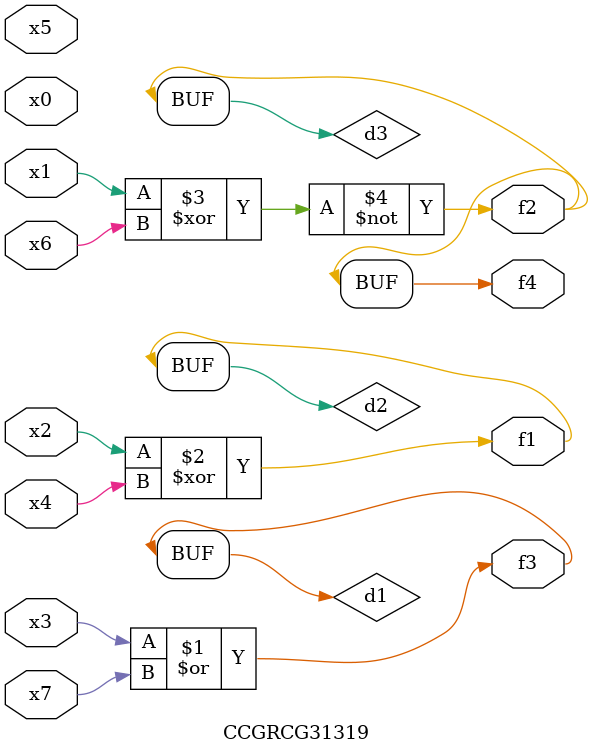
<source format=v>
module CCGRCG31319(
	input x0, x1, x2, x3, x4, x5, x6, x7,
	output f1, f2, f3, f4
);

	wire d1, d2, d3;

	or (d1, x3, x7);
	xor (d2, x2, x4);
	xnor (d3, x1, x6);
	assign f1 = d2;
	assign f2 = d3;
	assign f3 = d1;
	assign f4 = d3;
endmodule

</source>
